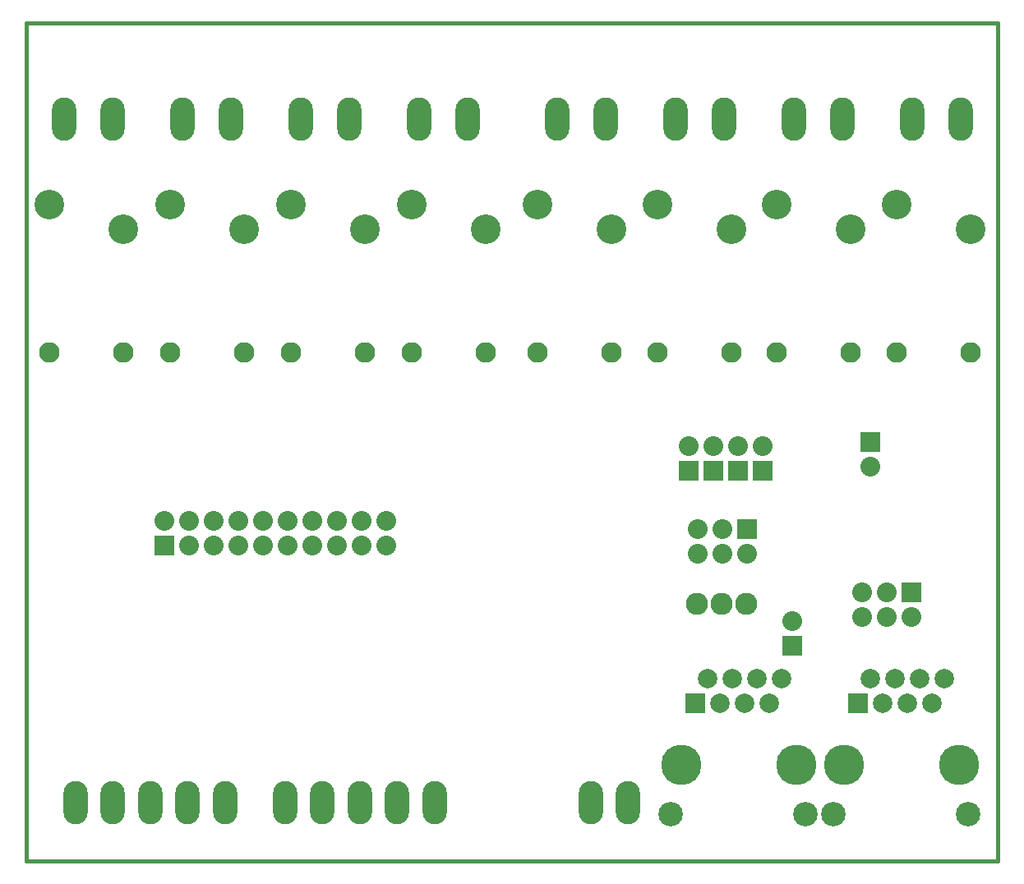
<source format=gbs>
G04 (created by PCBNEW (2013-mar-13)-testing) date dim. 08 sept. 2013 12:04:55 CEST*
%MOIN*%
G04 Gerber Fmt 3.4, Leading zero omitted, Abs format*
%FSLAX34Y34*%
G01*
G70*
G90*
G04 APERTURE LIST*
%ADD10C,0.005906*%
%ADD11C,0.015000*%
%ADD12R,0.080000X0.080000*%
%ADD13C,0.080000*%
%ADD14O,0.098000X0.176000*%
%ADD15C,0.083000*%
%ADD16C,0.120000*%
%ADD17C,0.090000*%
%ADD18C,0.163700*%
%ADD19R,0.079100X0.079100*%
%ADD20C,0.079100*%
%ADD21C,0.098740*%
G04 APERTURE END LIST*
G54D10*
G54D11*
X71500Y-62000D02*
X110900Y-62000D01*
X71500Y-28000D02*
X110900Y-28000D01*
X110900Y-28000D02*
X110800Y-28000D01*
X110900Y-62000D02*
X110900Y-28000D01*
X71500Y-62000D02*
X71500Y-28000D01*
G54D12*
X77100Y-49200D03*
G54D13*
X77100Y-48200D03*
X78100Y-49200D03*
X78100Y-48200D03*
X79100Y-49200D03*
X79100Y-48200D03*
X80100Y-49200D03*
X80100Y-48200D03*
X81100Y-49200D03*
X81100Y-48200D03*
X82100Y-49200D03*
X82100Y-48200D03*
X83100Y-49200D03*
X83100Y-48200D03*
X84100Y-49200D03*
X84100Y-48200D03*
X85100Y-49200D03*
X85100Y-48200D03*
X86100Y-49200D03*
X86100Y-48200D03*
G54D12*
X102575Y-53275D03*
G54D13*
X102575Y-52275D03*
G54D14*
X82000Y-59645D03*
X83515Y-59645D03*
X85031Y-59645D03*
X86547Y-59645D03*
X88062Y-59645D03*
X73500Y-59645D03*
X75015Y-59645D03*
X76531Y-59645D03*
X78047Y-59645D03*
X79562Y-59645D03*
G54D12*
X107400Y-51112D03*
G54D13*
X107400Y-52112D03*
X106400Y-51112D03*
X106400Y-52112D03*
X105400Y-51112D03*
X105400Y-52112D03*
G54D12*
X101375Y-46175D03*
G54D13*
X101375Y-45175D03*
G54D12*
X100375Y-46175D03*
G54D13*
X100375Y-45175D03*
G54D12*
X98375Y-46175D03*
G54D13*
X98375Y-45175D03*
G54D12*
X105725Y-45000D03*
G54D13*
X105725Y-46000D03*
G54D12*
X99375Y-46175D03*
G54D13*
X99375Y-45175D03*
G54D12*
X100725Y-48525D03*
G54D13*
X100725Y-49525D03*
X99725Y-48525D03*
X99725Y-49525D03*
X98725Y-48525D03*
X98725Y-49525D03*
G54D14*
X94400Y-59645D03*
X95915Y-59645D03*
G54D15*
X72450Y-41350D03*
X75442Y-41350D03*
G54D16*
X75442Y-36350D03*
X72450Y-35350D03*
G54D15*
X77350Y-41350D03*
X80342Y-41350D03*
G54D16*
X80342Y-36350D03*
X77350Y-35350D03*
G54D15*
X82250Y-41350D03*
X85242Y-41350D03*
G54D16*
X85242Y-36350D03*
X82250Y-35350D03*
G54D15*
X87150Y-41350D03*
X90142Y-41350D03*
G54D16*
X90142Y-36350D03*
X87150Y-35350D03*
G54D14*
X74990Y-31889D03*
X73020Y-31889D03*
X79790Y-31889D03*
X77820Y-31889D03*
X84590Y-31889D03*
X82620Y-31889D03*
X89390Y-31889D03*
X87420Y-31889D03*
X94990Y-31889D03*
X93020Y-31889D03*
X99790Y-31889D03*
X97820Y-31889D03*
X104590Y-31889D03*
X102620Y-31889D03*
X109390Y-31889D03*
X107420Y-31889D03*
G54D15*
X106800Y-41350D03*
X109792Y-41350D03*
G54D16*
X109792Y-36350D03*
X106800Y-35350D03*
G54D15*
X101950Y-41350D03*
X104942Y-41350D03*
G54D16*
X104942Y-36350D03*
X101950Y-35350D03*
G54D15*
X97100Y-41350D03*
X100092Y-41350D03*
G54D16*
X100092Y-36350D03*
X97100Y-35350D03*
G54D15*
X92250Y-41350D03*
X95242Y-41350D03*
G54D16*
X95242Y-36350D03*
X92250Y-35350D03*
G54D17*
X98700Y-51575D03*
X99700Y-51575D03*
X100700Y-51575D03*
G54D18*
X102738Y-58112D03*
X98065Y-58112D03*
G54D19*
X98650Y-55612D03*
G54D20*
X99150Y-54612D03*
X99650Y-55612D03*
X100150Y-54612D03*
X100650Y-55612D03*
X101150Y-54612D03*
X101650Y-55612D03*
X102150Y-54612D03*
G54D21*
X97650Y-60112D03*
X103100Y-60112D03*
G54D18*
X109338Y-58112D03*
X104665Y-58112D03*
G54D19*
X105250Y-55612D03*
G54D20*
X105750Y-54612D03*
X106250Y-55612D03*
X106750Y-54612D03*
X107250Y-55612D03*
X107750Y-54612D03*
X108250Y-55612D03*
X108750Y-54612D03*
G54D21*
X104250Y-60112D03*
X109700Y-60112D03*
M02*

</source>
